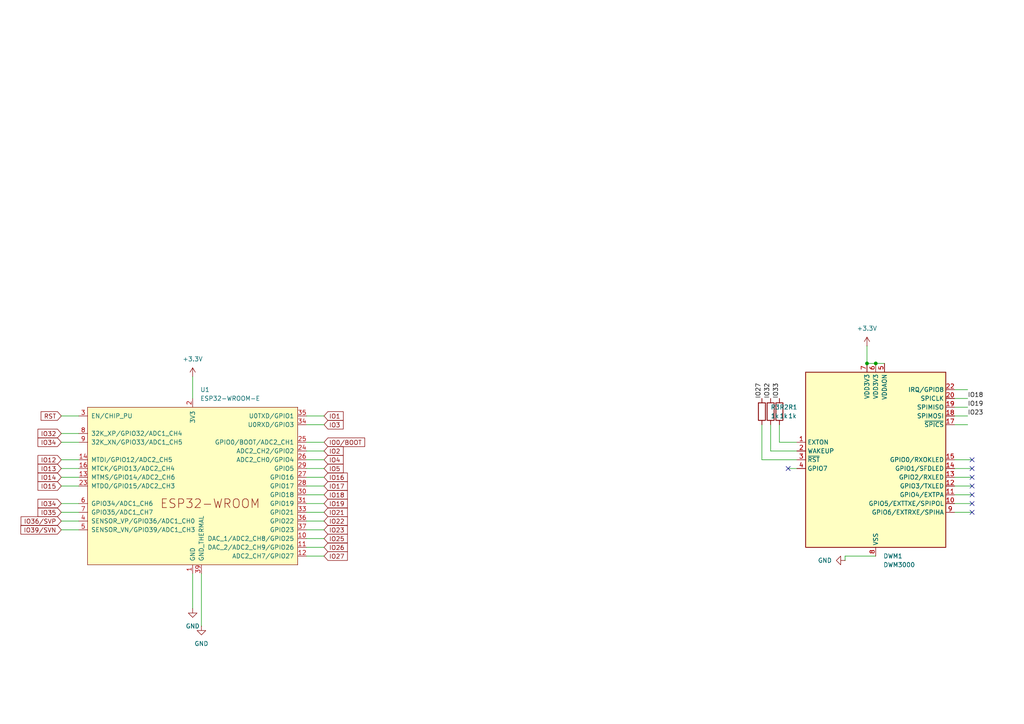
<source format=kicad_sch>
(kicad_sch
	(version 20231120)
	(generator "eeschema")
	(generator_version "8.0")
	(uuid "8cea9e19-2035-4561-845e-81f42ff5f58e")
	(paper "A4")
	(lib_symbols
		(symbol "Device:R"
			(pin_numbers hide)
			(pin_names
				(offset 0)
			)
			(exclude_from_sim no)
			(in_bom yes)
			(on_board yes)
			(property "Reference" "R"
				(at 2.032 0 90)
				(effects
					(font
						(size 1.27 1.27)
					)
				)
			)
			(property "Value" "R"
				(at 0 0 90)
				(effects
					(font
						(size 1.27 1.27)
					)
				)
			)
			(property "Footprint" ""
				(at -1.778 0 90)
				(effects
					(font
						(size 1.27 1.27)
					)
					(hide yes)
				)
			)
			(property "Datasheet" "~"
				(at 0 0 0)
				(effects
					(font
						(size 1.27 1.27)
					)
					(hide yes)
				)
			)
			(property "Description" "Resistor"
				(at 0 0 0)
				(effects
					(font
						(size 1.27 1.27)
					)
					(hide yes)
				)
			)
			(property "ki_keywords" "R res resistor"
				(at 0 0 0)
				(effects
					(font
						(size 1.27 1.27)
					)
					(hide yes)
				)
			)
			(property "ki_fp_filters" "R_*"
				(at 0 0 0)
				(effects
					(font
						(size 1.27 1.27)
					)
					(hide yes)
				)
			)
			(symbol "R_0_1"
				(rectangle
					(start -1.016 -2.54)
					(end 1.016 2.54)
					(stroke
						(width 0.254)
						(type default)
					)
					(fill
						(type none)
					)
				)
			)
			(symbol "R_1_1"
				(pin passive line
					(at 0 3.81 270)
					(length 1.27)
					(name "~"
						(effects
							(font
								(size 1.27 1.27)
							)
						)
					)
					(number "1"
						(effects
							(font
								(size 1.27 1.27)
							)
						)
					)
				)
				(pin passive line
					(at 0 -3.81 90)
					(length 1.27)
					(name "~"
						(effects
							(font
								(size 1.27 1.27)
							)
						)
					)
					(number "2"
						(effects
							(font
								(size 1.27 1.27)
							)
						)
					)
				)
			)
		)
		(symbol "ESP32s:ESP32-WROOM-E"
			(pin_names
				(offset 1.016)
			)
			(exclude_from_sim no)
			(in_bom yes)
			(on_board yes)
			(property "Reference" "U"
				(at -30.48 27.94 0)
				(effects
					(font
						(size 1.27 1.27)
					)
					(justify left)
				)
			)
			(property "Value" "ESP32-WROOM-E"
				(at -30.48 25.4 0)
				(effects
					(font
						(size 1.27 1.27)
					)
					(justify left)
				)
			)
			(property "Footprint" "PCM_Espressif:ESP32-WROOM-32E"
				(at 0 -35.56 0)
				(effects
					(font
						(size 1.27 1.27)
					)
					(hide yes)
				)
			)
			(property "Datasheet" "https://www.espressif.com/sites/default/files/documentation/esp32-wroom-32e_esp32-wroom-32ue_datasheet_en.pdf"
				(at 0 -38.1 0)
				(effects
					(font
						(size 1.27 1.27)
					)
					(hide yes)
				)
			)
			(property "Description" "ESP32-WROOM-32E integrates ESP32-D0WD-V3, with higher stability and safety performance."
				(at 0 0 0)
				(effects
					(font
						(size 1.27 1.27)
					)
					(hide yes)
				)
			)
			(property "ki_keywords" "ESP32"
				(at 0 0 0)
				(effects
					(font
						(size 1.27 1.27)
					)
					(hide yes)
				)
			)
			(symbol "ESP32-WROOM-E_0_1"
				(rectangle
					(start -30.48 22.86)
					(end 30.48 -22.86)
					(stroke
						(width 0)
						(type default)
					)
					(fill
						(type background)
					)
				)
			)
			(symbol "ESP32-WROOM-E_1_1"
				(text "ESP32-­WROOM­"
					(at 5.08 -5.08 0)
					(effects
						(font
							(size 2.54 2.54)
						)
					)
				)
				(pin power_in line
					(at 0 -25.4 90)
					(length 2.54)
					(name "GND"
						(effects
							(font
								(size 1.27 1.27)
							)
						)
					)
					(number "1"
						(effects
							(font
								(size 1.27 1.27)
							)
						)
					)
				)
				(pin bidirectional line
					(at 33.02 -15.24 180)
					(length 2.54)
					(name "DAC_1/ADC2_CH8/GPIO25"
						(effects
							(font
								(size 1.27 1.27)
							)
						)
					)
					(number "10"
						(effects
							(font
								(size 1.27 1.27)
							)
						)
					)
				)
				(pin bidirectional line
					(at 33.02 -17.78 180)
					(length 2.54)
					(name "DAC_2/ADC2_CH9/GPIO26"
						(effects
							(font
								(size 1.27 1.27)
							)
						)
					)
					(number "11"
						(effects
							(font
								(size 1.27 1.27)
							)
						)
					)
				)
				(pin bidirectional line
					(at 33.02 -20.32 180)
					(length 2.54)
					(name "ADC2_CH7/GPIO27"
						(effects
							(font
								(size 1.27 1.27)
							)
						)
					)
					(number "12"
						(effects
							(font
								(size 1.27 1.27)
							)
						)
					)
				)
				(pin bidirectional line
					(at -33.02 2.54 0)
					(length 2.54)
					(name "MTMS/GPIO14/ADC2_CH6"
						(effects
							(font
								(size 1.27 1.27)
							)
						)
					)
					(number "13"
						(effects
							(font
								(size 1.27 1.27)
							)
						)
					)
				)
				(pin bidirectional line
					(at -33.02 7.62 0)
					(length 2.54)
					(name "MTDI/GPIO12/ADC2_CH5"
						(effects
							(font
								(size 1.27 1.27)
							)
						)
					)
					(number "14"
						(effects
							(font
								(size 1.27 1.27)
							)
						)
					)
				)
				(pin passive line
					(at 0 -25.4 90)
					(length 2.54) hide
					(name "GND"
						(effects
							(font
								(size 1.27 1.27)
							)
						)
					)
					(number "15"
						(effects
							(font
								(size 1.27 1.27)
							)
						)
					)
				)
				(pin bidirectional line
					(at -33.02 5.08 0)
					(length 2.54)
					(name "MTCK/GPIO13/ADC2_CH4"
						(effects
							(font
								(size 1.27 1.27)
							)
						)
					)
					(number "16"
						(effects
							(font
								(size 1.27 1.27)
							)
						)
					)
				)
				(pin power_in line
					(at 0 25.4 270)
					(length 2.54)
					(name "3V3"
						(effects
							(font
								(size 1.27 1.27)
							)
						)
					)
					(number "2"
						(effects
							(font
								(size 1.27 1.27)
							)
						)
					)
				)
				(pin bidirectional line
					(at -33.02 0 0)
					(length 2.54)
					(name "MTDO/GPIO15/ADC2_CH3"
						(effects
							(font
								(size 1.27 1.27)
							)
						)
					)
					(number "23"
						(effects
							(font
								(size 1.27 1.27)
							)
						)
					)
				)
				(pin bidirectional line
					(at 33.02 10.16 180)
					(length 2.54)
					(name "ADC2_CH2/GPIO2"
						(effects
							(font
								(size 1.27 1.27)
							)
						)
					)
					(number "24"
						(effects
							(font
								(size 1.27 1.27)
							)
						)
					)
				)
				(pin bidirectional line
					(at 33.02 12.7 180)
					(length 2.54)
					(name "GPIO0/BOOT/ADC2_CH1"
						(effects
							(font
								(size 1.27 1.27)
							)
						)
					)
					(number "25"
						(effects
							(font
								(size 1.27 1.27)
							)
						)
					)
				)
				(pin bidirectional line
					(at 33.02 7.62 180)
					(length 2.54)
					(name "ADC2_CH0/GPIO4"
						(effects
							(font
								(size 1.27 1.27)
							)
						)
					)
					(number "26"
						(effects
							(font
								(size 1.27 1.27)
							)
						)
					)
				)
				(pin bidirectional line
					(at 33.02 2.54 180)
					(length 2.54)
					(name "GPIO16"
						(effects
							(font
								(size 1.27 1.27)
							)
						)
					)
					(number "27"
						(effects
							(font
								(size 1.27 1.27)
							)
						)
					)
				)
				(pin bidirectional line
					(at 33.02 0 180)
					(length 2.54)
					(name "GPIO17"
						(effects
							(font
								(size 1.27 1.27)
							)
						)
					)
					(number "28"
						(effects
							(font
								(size 1.27 1.27)
							)
						)
					)
				)
				(pin bidirectional line
					(at 33.02 5.08 180)
					(length 2.54)
					(name "GPIO5"
						(effects
							(font
								(size 1.27 1.27)
							)
						)
					)
					(number "29"
						(effects
							(font
								(size 1.27 1.27)
							)
						)
					)
				)
				(pin input line
					(at -33.02 20.32 0)
					(length 2.54)
					(name "EN/CHIP_PU"
						(effects
							(font
								(size 1.27 1.27)
							)
						)
					)
					(number "3"
						(effects
							(font
								(size 1.27 1.27)
							)
						)
					)
				)
				(pin bidirectional line
					(at 33.02 -2.54 180)
					(length 2.54)
					(name "GPIO18"
						(effects
							(font
								(size 1.27 1.27)
							)
						)
					)
					(number "30"
						(effects
							(font
								(size 1.27 1.27)
							)
						)
					)
				)
				(pin bidirectional line
					(at 33.02 -5.08 180)
					(length 2.54)
					(name "GPIO19"
						(effects
							(font
								(size 1.27 1.27)
							)
						)
					)
					(number "31"
						(effects
							(font
								(size 1.27 1.27)
							)
						)
					)
				)
				(pin bidirectional line
					(at 33.02 -7.62 180)
					(length 2.54)
					(name "GPIO21"
						(effects
							(font
								(size 1.27 1.27)
							)
						)
					)
					(number "33"
						(effects
							(font
								(size 1.27 1.27)
							)
						)
					)
				)
				(pin bidirectional line
					(at 33.02 17.78 180)
					(length 2.54)
					(name "U0RXD/GPIO3"
						(effects
							(font
								(size 1.27 1.27)
							)
						)
					)
					(number "34"
						(effects
							(font
								(size 1.27 1.27)
							)
						)
					)
				)
				(pin bidirectional line
					(at 33.02 20.32 180)
					(length 2.54)
					(name "U0TXD/GPIO1"
						(effects
							(font
								(size 1.27 1.27)
							)
						)
					)
					(number "35"
						(effects
							(font
								(size 1.27 1.27)
							)
						)
					)
				)
				(pin bidirectional line
					(at 33.02 -10.16 180)
					(length 2.54)
					(name "GPIO22"
						(effects
							(font
								(size 1.27 1.27)
							)
						)
					)
					(number "36"
						(effects
							(font
								(size 1.27 1.27)
							)
						)
					)
				)
				(pin bidirectional line
					(at 33.02 -12.7 180)
					(length 2.54)
					(name "GPIO23"
						(effects
							(font
								(size 1.27 1.27)
							)
						)
					)
					(number "37"
						(effects
							(font
								(size 1.27 1.27)
							)
						)
					)
				)
				(pin passive line
					(at 0 -25.4 90)
					(length 2.54) hide
					(name "GND"
						(effects
							(font
								(size 1.27 1.27)
							)
						)
					)
					(number "38"
						(effects
							(font
								(size 1.27 1.27)
							)
						)
					)
				)
				(pin power_in line
					(at 2.54 -25.4 90)
					(length 2.54)
					(name "GND_THERMAL"
						(effects
							(font
								(size 1.27 1.27)
							)
						)
					)
					(number "39"
						(effects
							(font
								(size 1.27 1.27)
							)
						)
					)
				)
				(pin input line
					(at -33.02 -10.16 0)
					(length 2.54)
					(name "SENSOR_VP/GPIO36/ADC1_CH0"
						(effects
							(font
								(size 1.27 1.27)
							)
						)
					)
					(number "4"
						(effects
							(font
								(size 1.27 1.27)
							)
						)
					)
				)
				(pin input line
					(at -33.02 -12.7 0)
					(length 2.54)
					(name "SENSOR_VN/GPIO39/ADC1_CH3"
						(effects
							(font
								(size 1.27 1.27)
							)
						)
					)
					(number "5"
						(effects
							(font
								(size 1.27 1.27)
							)
						)
					)
				)
				(pin input line
					(at -33.02 -5.08 0)
					(length 2.54)
					(name "GPIO34/ADC1_CH6"
						(effects
							(font
								(size 1.27 1.27)
							)
						)
					)
					(number "6"
						(effects
							(font
								(size 1.27 1.27)
							)
						)
					)
				)
				(pin input line
					(at -33.02 -7.62 0)
					(length 2.54)
					(name "GPIO35/ADC1_CH7"
						(effects
							(font
								(size 1.27 1.27)
							)
						)
					)
					(number "7"
						(effects
							(font
								(size 1.27 1.27)
							)
						)
					)
				)
				(pin bidirectional line
					(at -33.02 15.24 0)
					(length 2.54)
					(name "32K_XP/GPIO32/ADC1_CH4"
						(effects
							(font
								(size 1.27 1.27)
							)
						)
					)
					(number "8"
						(effects
							(font
								(size 1.27 1.27)
							)
						)
					)
				)
				(pin bidirectional line
					(at -33.02 12.7 0)
					(length 2.54)
					(name "32K_XN/GPIO33/ADC1_CH5"
						(effects
							(font
								(size 1.27 1.27)
							)
						)
					)
					(number "9"
						(effects
							(font
								(size 1.27 1.27)
							)
						)
					)
				)
			)
		)
		(symbol "RF_Module:DWM3000"
			(exclude_from_sim no)
			(in_bom yes)
			(on_board yes)
			(property "Reference" "DWM"
				(at 7.62 25.4 0)
				(effects
					(font
						(size 1.27 1.27)
					)
				)
			)
			(property "Value" "DWM3000"
				(at 1.27 3.81 0)
				(effects
					(font
						(size 1.27 1.27)
					)
				)
			)
			(property "Footprint" "RF_Module:DWM1000"
				(at 17.78 -25.4 0)
				(effects
					(font
						(size 1.27 1.27)
					)
					(hide yes)
				)
			)
			(property "Datasheet" "https://www.qorvo.com/products/d/da008334"
				(at 60.96 -27.94 0)
				(effects
					(font
						(size 1.27 1.27)
					)
					(hide yes)
				)
			)
			(property "Description" "Ultra wide band RF module With ranging location capabilities"
				(at 0 0 0)
				(effects
					(font
						(size 1.27 1.27)
					)
					(hide yes)
				)
			)
			(property "ki_keywords" "DWM3000 Decawave Qorvo RF ranging UWB"
				(at 0 0 0)
				(effects
					(font
						(size 1.27 1.27)
					)
					(hide yes)
				)
			)
			(property "ki_fp_filters" "*DWM1000*"
				(at 0 0 0)
				(effects
					(font
						(size 1.27 1.27)
					)
					(hide yes)
				)
			)
			(symbol "DWM3000_0_1"
				(rectangle
					(start -20.32 25.4)
					(end 20.32 -25.4)
					(stroke
						(width 0.254)
						(type default)
					)
					(fill
						(type background)
					)
				)
			)
			(symbol "DWM3000_1_1"
				(pin output line
					(at -22.86 5.08 0)
					(length 2.54)
					(name "EXTON"
						(effects
							(font
								(size 1.27 1.27)
							)
						)
					)
					(number "1"
						(effects
							(font
								(size 1.27 1.27)
							)
						)
					)
				)
				(pin bidirectional line
					(at 22.86 -12.7 180)
					(length 2.54)
					(name "GPIO5/EXTTXE/SPIPOL"
						(effects
							(font
								(size 1.27 1.27)
							)
						)
					)
					(number "10"
						(effects
							(font
								(size 1.27 1.27)
							)
						)
					)
				)
				(pin bidirectional line
					(at 22.86 -10.16 180)
					(length 2.54)
					(name "GPIO4/EXTPA"
						(effects
							(font
								(size 1.27 1.27)
							)
						)
					)
					(number "11"
						(effects
							(font
								(size 1.27 1.27)
							)
						)
					)
				)
				(pin bidirectional line
					(at 22.86 -7.62 180)
					(length 2.54)
					(name "GPIO3/TXLED"
						(effects
							(font
								(size 1.27 1.27)
							)
						)
					)
					(number "12"
						(effects
							(font
								(size 1.27 1.27)
							)
						)
					)
				)
				(pin bidirectional line
					(at 22.86 -5.08 180)
					(length 2.54)
					(name "GPIO2/RXLED"
						(effects
							(font
								(size 1.27 1.27)
							)
						)
					)
					(number "13"
						(effects
							(font
								(size 1.27 1.27)
							)
						)
					)
				)
				(pin bidirectional line
					(at 22.86 -2.54 180)
					(length 2.54)
					(name "GPIO1/SFDLED"
						(effects
							(font
								(size 1.27 1.27)
							)
						)
					)
					(number "14"
						(effects
							(font
								(size 1.27 1.27)
							)
						)
					)
				)
				(pin bidirectional line
					(at 22.86 0 180)
					(length 2.54)
					(name "GPIO0/RXOKLED"
						(effects
							(font
								(size 1.27 1.27)
							)
						)
					)
					(number "15"
						(effects
							(font
								(size 1.27 1.27)
							)
						)
					)
				)
				(pin passive line
					(at 0 -27.94 90)
					(length 2.54) hide
					(name "VSS"
						(effects
							(font
								(size 1.27 1.27)
							)
						)
					)
					(number "16"
						(effects
							(font
								(size 1.27 1.27)
							)
						)
					)
				)
				(pin input line
					(at 22.86 10.16 180)
					(length 2.54)
					(name "~{SPICS}"
						(effects
							(font
								(size 1.27 1.27)
							)
						)
					)
					(number "17"
						(effects
							(font
								(size 1.27 1.27)
							)
						)
					)
				)
				(pin input line
					(at 22.86 12.7 180)
					(length 2.54)
					(name "SPIMOSI"
						(effects
							(font
								(size 1.27 1.27)
							)
						)
					)
					(number "18"
						(effects
							(font
								(size 1.27 1.27)
							)
						)
					)
				)
				(pin output line
					(at 22.86 15.24 180)
					(length 2.54)
					(name "SPIMISO"
						(effects
							(font
								(size 1.27 1.27)
							)
						)
					)
					(number "19"
						(effects
							(font
								(size 1.27 1.27)
							)
						)
					)
				)
				(pin bidirectional line
					(at -22.86 2.54 0)
					(length 2.54)
					(name "WAKEUP"
						(effects
							(font
								(size 1.27 1.27)
							)
						)
					)
					(number "2"
						(effects
							(font
								(size 1.27 1.27)
							)
						)
					)
				)
				(pin input line
					(at 22.86 17.78 180)
					(length 2.54)
					(name "SPICLK"
						(effects
							(font
								(size 1.27 1.27)
							)
						)
					)
					(number "20"
						(effects
							(font
								(size 1.27 1.27)
							)
						)
					)
				)
				(pin passive line
					(at 0 -27.94 90)
					(length 2.54) hide
					(name "VSS"
						(effects
							(font
								(size 1.27 1.27)
							)
						)
					)
					(number "21"
						(effects
							(font
								(size 1.27 1.27)
							)
						)
					)
				)
				(pin bidirectional line
					(at 22.86 20.32 180)
					(length 2.54)
					(name "IRQ/GPIO8"
						(effects
							(font
								(size 1.27 1.27)
							)
						)
					)
					(number "22"
						(effects
							(font
								(size 1.27 1.27)
							)
						)
					)
				)
				(pin passive line
					(at 0 -27.94 90)
					(length 2.54) hide
					(name "VSS"
						(effects
							(font
								(size 1.27 1.27)
							)
						)
					)
					(number "23"
						(effects
							(font
								(size 1.27 1.27)
							)
						)
					)
				)
				(pin passive line
					(at 0 -27.94 90)
					(length 2.54) hide
					(name "VSS"
						(effects
							(font
								(size 1.27 1.27)
							)
						)
					)
					(number "24"
						(effects
							(font
								(size 1.27 1.27)
							)
						)
					)
				)
				(pin bidirectional line
					(at -22.86 0 0)
					(length 2.54)
					(name "~{RST}"
						(effects
							(font
								(size 1.27 1.27)
							)
						)
					)
					(number "3"
						(effects
							(font
								(size 1.27 1.27)
							)
						)
					)
				)
				(pin bidirectional line
					(at -22.86 -2.54 0)
					(length 2.54)
					(name "GPIO7"
						(effects
							(font
								(size 1.27 1.27)
							)
						)
					)
					(number "4"
						(effects
							(font
								(size 1.27 1.27)
							)
						)
					)
				)
				(pin power_in line
					(at 2.54 27.94 270)
					(length 2.54)
					(name "VDDAON"
						(effects
							(font
								(size 1.27 1.27)
							)
						)
					)
					(number "5"
						(effects
							(font
								(size 1.27 1.27)
							)
						)
					)
				)
				(pin power_in line
					(at 0 27.94 270)
					(length 2.54)
					(name "VDD3V3"
						(effects
							(font
								(size 1.27 1.27)
							)
						)
					)
					(number "6"
						(effects
							(font
								(size 1.27 1.27)
							)
						)
					)
				)
				(pin power_in line
					(at -2.54 27.94 270)
					(length 2.54)
					(name "VDD3V3"
						(effects
							(font
								(size 1.27 1.27)
							)
						)
					)
					(number "7"
						(effects
							(font
								(size 1.27 1.27)
							)
						)
					)
				)
				(pin power_in line
					(at 0 -27.94 90)
					(length 2.54)
					(name "VSS"
						(effects
							(font
								(size 1.27 1.27)
							)
						)
					)
					(number "8"
						(effects
							(font
								(size 1.27 1.27)
							)
						)
					)
				)
				(pin bidirectional line
					(at 22.86 -15.24 180)
					(length 2.54)
					(name "GPIO6/EXTRXE/SPIHA"
						(effects
							(font
								(size 1.27 1.27)
							)
						)
					)
					(number "9"
						(effects
							(font
								(size 1.27 1.27)
							)
						)
					)
				)
			)
		)
		(symbol "power:+3.3V"
			(power)
			(pin_numbers hide)
			(pin_names
				(offset 0) hide)
			(exclude_from_sim no)
			(in_bom yes)
			(on_board yes)
			(property "Reference" "#PWR"
				(at 0 -3.81 0)
				(effects
					(font
						(size 1.27 1.27)
					)
					(hide yes)
				)
			)
			(property "Value" "+3.3V"
				(at 0 3.556 0)
				(effects
					(font
						(size 1.27 1.27)
					)
				)
			)
			(property "Footprint" ""
				(at 0 0 0)
				(effects
					(font
						(size 1.27 1.27)
					)
					(hide yes)
				)
			)
			(property "Datasheet" ""
				(at 0 0 0)
				(effects
					(font
						(size 1.27 1.27)
					)
					(hide yes)
				)
			)
			(property "Description" "Power symbol creates a global label with name \"+3.3V\""
				(at 0 0 0)
				(effects
					(font
						(size 1.27 1.27)
					)
					(hide yes)
				)
			)
			(property "ki_keywords" "global power"
				(at 0 0 0)
				(effects
					(font
						(size 1.27 1.27)
					)
					(hide yes)
				)
			)
			(symbol "+3.3V_0_1"
				(polyline
					(pts
						(xy -0.762 1.27) (xy 0 2.54)
					)
					(stroke
						(width 0)
						(type default)
					)
					(fill
						(type none)
					)
				)
				(polyline
					(pts
						(xy 0 0) (xy 0 2.54)
					)
					(stroke
						(width 0)
						(type default)
					)
					(fill
						(type none)
					)
				)
				(polyline
					(pts
						(xy 0 2.54) (xy 0.762 1.27)
					)
					(stroke
						(width 0)
						(type default)
					)
					(fill
						(type none)
					)
				)
			)
			(symbol "+3.3V_1_1"
				(pin power_in line
					(at 0 0 90)
					(length 0)
					(name "~"
						(effects
							(font
								(size 1.27 1.27)
							)
						)
					)
					(number "1"
						(effects
							(font
								(size 1.27 1.27)
							)
						)
					)
				)
			)
		)
		(symbol "power:GND"
			(power)
			(pin_numbers hide)
			(pin_names
				(offset 0) hide)
			(exclude_from_sim no)
			(in_bom yes)
			(on_board yes)
			(property "Reference" "#PWR"
				(at 0 -6.35 0)
				(effects
					(font
						(size 1.27 1.27)
					)
					(hide yes)
				)
			)
			(property "Value" "GND"
				(at 0 -3.81 0)
				(effects
					(font
						(size 1.27 1.27)
					)
				)
			)
			(property "Footprint" ""
				(at 0 0 0)
				(effects
					(font
						(size 1.27 1.27)
					)
					(hide yes)
				)
			)
			(property "Datasheet" ""
				(at 0 0 0)
				(effects
					(font
						(size 1.27 1.27)
					)
					(hide yes)
				)
			)
			(property "Description" "Power symbol creates a global label with name \"GND\" , ground"
				(at 0 0 0)
				(effects
					(font
						(size 1.27 1.27)
					)
					(hide yes)
				)
			)
			(property "ki_keywords" "global power"
				(at 0 0 0)
				(effects
					(font
						(size 1.27 1.27)
					)
					(hide yes)
				)
			)
			(symbol "GND_0_1"
				(polyline
					(pts
						(xy 0 0) (xy 0 -1.27) (xy 1.27 -1.27) (xy 0 -2.54) (xy -1.27 -1.27) (xy 0 -1.27)
					)
					(stroke
						(width 0)
						(type default)
					)
					(fill
						(type none)
					)
				)
			)
			(symbol "GND_1_1"
				(pin power_in line
					(at 0 0 270)
					(length 0)
					(name "~"
						(effects
							(font
								(size 1.27 1.27)
							)
						)
					)
					(number "1"
						(effects
							(font
								(size 1.27 1.27)
							)
						)
					)
				)
			)
		)
	)
	(junction
		(at 254 105.41)
		(diameter 0)
		(color 0 0 0 0)
		(uuid "6c1e2f80-3b97-45c4-87e0-38c603f6e074")
	)
	(junction
		(at 251.46 105.41)
		(diameter 0)
		(color 0 0 0 0)
		(uuid "f31c5ea6-2fa4-42dc-9c0f-6145b28393de")
	)
	(no_connect
		(at 281.94 138.43)
		(uuid "13ed5da4-51cd-41a5-8c14-10647bc30c69")
	)
	(no_connect
		(at 281.94 148.59)
		(uuid "1df5da05-2dce-4c14-b8c4-8cb7f81b8a9c")
	)
	(no_connect
		(at 228.6 135.89)
		(uuid "60f0d1b2-48e4-41ee-aebb-a487f884f472")
	)
	(no_connect
		(at 281.94 133.35)
		(uuid "a753e3cd-69b3-4c95-a236-13da09c50ba0")
	)
	(no_connect
		(at 281.94 140.97)
		(uuid "aa7decca-d8e4-4965-b7fe-98a4e5c7abc9")
	)
	(no_connect
		(at 281.94 146.05)
		(uuid "bf507707-a7f8-49bf-a435-3a37e2437997")
	)
	(no_connect
		(at 281.94 143.51)
		(uuid "d6dac7b0-757e-4ff3-81d4-e0fc9337a54b")
	)
	(no_connect
		(at 281.94 135.89)
		(uuid "d82e14d0-9f16-4a19-986f-a9980e6f9ec6")
	)
	(wire
		(pts
			(xy 88.9 161.29) (xy 93.98 161.29)
		)
		(stroke
			(width 0)
			(type default)
		)
		(uuid "02abf249-a15d-45b2-ad51-8d1402f09217")
	)
	(wire
		(pts
			(xy 88.9 148.59) (xy 93.98 148.59)
		)
		(stroke
			(width 0)
			(type default)
		)
		(uuid "04d10926-9502-4d0d-99f9-0183f2d35aeb")
	)
	(wire
		(pts
			(xy 88.9 158.75) (xy 93.98 158.75)
		)
		(stroke
			(width 0)
			(type default)
		)
		(uuid "05a1c4e9-b347-4e9c-9c28-1c159fdb3feb")
	)
	(wire
		(pts
			(xy 231.14 133.35) (xy 220.98 133.35)
		)
		(stroke
			(width 0)
			(type default)
		)
		(uuid "0b0a1b2a-5da2-4a6a-a316-bddb13e27e01")
	)
	(wire
		(pts
			(xy 251.46 100.33) (xy 251.46 105.41)
		)
		(stroke
			(width 0)
			(type default)
		)
		(uuid "0ee3252a-9f36-4022-bf0d-7e031e172f96")
	)
	(wire
		(pts
			(xy 226.06 123.19) (xy 226.06 128.27)
		)
		(stroke
			(width 0)
			(type default)
		)
		(uuid "11e1764c-94e9-4ce4-98a2-2846b1ea2929")
	)
	(wire
		(pts
			(xy 276.86 123.19) (xy 280.67 123.19)
		)
		(stroke
			(width 0)
			(type default)
		)
		(uuid "1d1bfbff-47e2-4de2-b282-63c1acb454a3")
	)
	(wire
		(pts
			(xy 254 161.29) (xy 245.11 161.29)
		)
		(stroke
			(width 0)
			(type default)
		)
		(uuid "1f9b78b0-17e9-427f-b027-97c5e9394a7b")
	)
	(wire
		(pts
			(xy 88.9 133.35) (xy 93.98 133.35)
		)
		(stroke
			(width 0)
			(type default)
		)
		(uuid "2190c0fb-6406-44b9-89da-f173d5c064e3")
	)
	(wire
		(pts
			(xy 17.78 148.59) (xy 22.86 148.59)
		)
		(stroke
			(width 0)
			(type default)
		)
		(uuid "229beafe-8348-42b5-ac07-e52ca55a9818")
	)
	(wire
		(pts
			(xy 17.78 146.05) (xy 22.86 146.05)
		)
		(stroke
			(width 0)
			(type default)
		)
		(uuid "2630bfe1-5ce6-45c7-ad14-c88db26234d1")
	)
	(wire
		(pts
			(xy 88.9 135.89) (xy 93.98 135.89)
		)
		(stroke
			(width 0)
			(type default)
		)
		(uuid "298fee52-799d-4770-ab00-63fec167db15")
	)
	(wire
		(pts
			(xy 276.86 115.57) (xy 280.67 115.57)
		)
		(stroke
			(width 0)
			(type default)
		)
		(uuid "2bc1bd5d-c1fd-4698-8285-4bf486ee56c7")
	)
	(wire
		(pts
			(xy 88.9 130.81) (xy 93.98 130.81)
		)
		(stroke
			(width 0)
			(type default)
		)
		(uuid "2d38a52a-444f-4bd4-a316-15ebcfa5edd4")
	)
	(wire
		(pts
			(xy 276.86 120.65) (xy 280.67 120.65)
		)
		(stroke
			(width 0)
			(type default)
		)
		(uuid "31babb7b-2456-4431-a492-89a8e57c2c5f")
	)
	(wire
		(pts
			(xy 254 105.41) (xy 256.54 105.41)
		)
		(stroke
			(width 0)
			(type default)
		)
		(uuid "3442469f-38f4-4f47-955b-fbbe1f6c0340")
	)
	(wire
		(pts
			(xy 17.78 120.65) (xy 22.86 120.65)
		)
		(stroke
			(width 0)
			(type default)
		)
		(uuid "3b18185e-afa7-4378-8fd7-a39250bbf5da")
	)
	(wire
		(pts
			(xy 88.9 156.21) (xy 93.98 156.21)
		)
		(stroke
			(width 0)
			(type default)
		)
		(uuid "3b67dda2-910e-4321-a3b9-1aed2992ecbf")
	)
	(wire
		(pts
			(xy 276.86 148.59) (xy 281.94 148.59)
		)
		(stroke
			(width 0)
			(type default)
		)
		(uuid "3b89a24d-5182-4c9c-820f-534a6acb7ace")
	)
	(wire
		(pts
			(xy 55.88 109.22) (xy 55.88 115.57)
		)
		(stroke
			(width 0)
			(type default)
		)
		(uuid "40bad80b-7b29-4241-98fd-342abf1c6fb9")
	)
	(wire
		(pts
			(xy 276.86 140.97) (xy 281.94 140.97)
		)
		(stroke
			(width 0)
			(type default)
		)
		(uuid "42c59202-41f3-4a41-94d4-0f1046619c88")
	)
	(wire
		(pts
			(xy 228.6 135.89) (xy 231.14 135.89)
		)
		(stroke
			(width 0)
			(type default)
		)
		(uuid "53ce387f-10e4-470f-8ed5-f160c4a6563c")
	)
	(wire
		(pts
			(xy 88.9 128.27) (xy 93.98 128.27)
		)
		(stroke
			(width 0)
			(type default)
		)
		(uuid "56634d18-8df6-40e1-973a-5eba47cb541d")
	)
	(wire
		(pts
			(xy 276.86 118.11) (xy 280.67 118.11)
		)
		(stroke
			(width 0)
			(type default)
		)
		(uuid "593d1e85-c662-4fad-8dab-2ee330585689")
	)
	(wire
		(pts
			(xy 276.86 133.35) (xy 281.94 133.35)
		)
		(stroke
			(width 0)
			(type default)
		)
		(uuid "59c2c85c-2d8f-4fef-ab88-aa86cd8a0d83")
	)
	(wire
		(pts
			(xy 276.86 143.51) (xy 281.94 143.51)
		)
		(stroke
			(width 0)
			(type default)
		)
		(uuid "5ea4c9cd-ffa2-444f-aa0c-e4fe7bb149b4")
	)
	(wire
		(pts
			(xy 88.9 123.19) (xy 93.98 123.19)
		)
		(stroke
			(width 0)
			(type default)
		)
		(uuid "65b1e956-61c5-4c1c-b6dc-ec15ea31700b")
	)
	(wire
		(pts
			(xy 276.86 146.05) (xy 281.94 146.05)
		)
		(stroke
			(width 0)
			(type default)
		)
		(uuid "6c721c7d-5853-45fc-8345-975fb812dd67")
	)
	(wire
		(pts
			(xy 245.11 161.29) (xy 245.11 162.56)
		)
		(stroke
			(width 0)
			(type default)
		)
		(uuid "71cdf417-7904-4ca9-9f86-2ac433beaf7e")
	)
	(wire
		(pts
			(xy 17.78 135.89) (xy 22.86 135.89)
		)
		(stroke
			(width 0)
			(type default)
		)
		(uuid "7577adc3-82fa-4543-8733-e5e7d53895a6")
	)
	(wire
		(pts
			(xy 17.78 153.67) (xy 22.86 153.67)
		)
		(stroke
			(width 0)
			(type default)
		)
		(uuid "7953d809-0ffd-4cdd-b9ed-5c786c9730ae")
	)
	(wire
		(pts
			(xy 88.9 138.43) (xy 93.98 138.43)
		)
		(stroke
			(width 0)
			(type default)
		)
		(uuid "79c00680-3df2-4a66-8a83-7acf363585ff")
	)
	(wire
		(pts
			(xy 58.42 166.37) (xy 58.42 181.61)
		)
		(stroke
			(width 0)
			(type default)
		)
		(uuid "80f71297-c02c-4b2b-bf58-4a133c430184")
	)
	(wire
		(pts
			(xy 276.86 138.43) (xy 281.94 138.43)
		)
		(stroke
			(width 0)
			(type default)
		)
		(uuid "8f9e49da-fd81-4352-89c9-ff5edde9e5ad")
	)
	(wire
		(pts
			(xy 17.78 151.13) (xy 22.86 151.13)
		)
		(stroke
			(width 0)
			(type default)
		)
		(uuid "90567275-8643-4cf2-aca9-f6b4c155b1c2")
	)
	(wire
		(pts
			(xy 276.86 113.03) (xy 280.67 113.03)
		)
		(stroke
			(width 0)
			(type default)
		)
		(uuid "95cb0fa8-add0-45e5-b9a0-f38d26034351")
	)
	(wire
		(pts
			(xy 17.78 133.35) (xy 22.86 133.35)
		)
		(stroke
			(width 0)
			(type default)
		)
		(uuid "98ec7f56-450f-4afb-be37-dad426727f65")
	)
	(wire
		(pts
			(xy 88.9 146.05) (xy 93.98 146.05)
		)
		(stroke
			(width 0)
			(type default)
		)
		(uuid "9b277a3f-6cf4-4f40-b989-458559ab6ac8")
	)
	(wire
		(pts
			(xy 55.88 166.37) (xy 55.88 176.53)
		)
		(stroke
			(width 0)
			(type default)
		)
		(uuid "a3a26572-663e-4dab-bd77-ce267d97f584")
	)
	(wire
		(pts
			(xy 17.78 128.27) (xy 22.86 128.27)
		)
		(stroke
			(width 0)
			(type default)
		)
		(uuid "a85f267c-c06c-4ced-a61e-2f72658a50d0")
	)
	(wire
		(pts
			(xy 276.86 135.89) (xy 281.94 135.89)
		)
		(stroke
			(width 0)
			(type default)
		)
		(uuid "a87cdde2-c28d-4259-bde3-dbb93798c512")
	)
	(wire
		(pts
			(xy 88.9 151.13) (xy 93.98 151.13)
		)
		(stroke
			(width 0)
			(type default)
		)
		(uuid "a9ea3446-bf89-49ce-8032-ef7b1c2c616b")
	)
	(wire
		(pts
			(xy 17.78 140.97) (xy 22.86 140.97)
		)
		(stroke
			(width 0)
			(type default)
		)
		(uuid "ac403e23-ee90-4876-9d66-3708bbf78041")
	)
	(wire
		(pts
			(xy 223.52 123.19) (xy 223.52 130.81)
		)
		(stroke
			(width 0)
			(type default)
		)
		(uuid "bbd7b398-47e5-44dc-80be-62a6b35a97fe")
	)
	(wire
		(pts
			(xy 231.14 130.81) (xy 223.52 130.81)
		)
		(stroke
			(width 0)
			(type default)
		)
		(uuid "bd78a4bf-d838-4b2b-be43-0ad29fb93406")
	)
	(wire
		(pts
			(xy 88.9 153.67) (xy 93.98 153.67)
		)
		(stroke
			(width 0)
			(type default)
		)
		(uuid "bdb5d6a8-d143-4d95-88c9-a59fa62a7330")
	)
	(wire
		(pts
			(xy 88.9 120.65) (xy 93.98 120.65)
		)
		(stroke
			(width 0)
			(type default)
		)
		(uuid "c4f41ed2-77a9-4283-8efa-086bce69651b")
	)
	(wire
		(pts
			(xy 88.9 140.97) (xy 93.98 140.97)
		)
		(stroke
			(width 0)
			(type default)
		)
		(uuid "c5605703-b8c0-4ff2-ba8d-10df141e52c2")
	)
	(wire
		(pts
			(xy 17.78 125.73) (xy 22.86 125.73)
		)
		(stroke
			(width 0)
			(type default)
		)
		(uuid "d61d7382-5921-446a-b708-06e3f39ef7fb")
	)
	(wire
		(pts
			(xy 88.9 143.51) (xy 93.98 143.51)
		)
		(stroke
			(width 0)
			(type default)
		)
		(uuid "decbc274-9113-46dc-83c3-eae0732e8d20")
	)
	(wire
		(pts
			(xy 220.98 123.19) (xy 220.98 133.35)
		)
		(stroke
			(width 0)
			(type default)
		)
		(uuid "e2cf2c11-e1c1-4d05-b9fe-2e8ec617f208")
	)
	(wire
		(pts
			(xy 231.14 128.27) (xy 226.06 128.27)
		)
		(stroke
			(width 0)
			(type default)
		)
		(uuid "e4c76735-ca5b-47b5-8fbc-d8a3d3cdea44")
	)
	(wire
		(pts
			(xy 17.78 138.43) (xy 22.86 138.43)
		)
		(stroke
			(width 0)
			(type default)
		)
		(uuid "f0bfa546-bec9-404c-90dd-a4e28ad69691")
	)
	(wire
		(pts
			(xy 251.46 105.41) (xy 254 105.41)
		)
		(stroke
			(width 0)
			(type default)
		)
		(uuid "f482d67c-c8fb-49eb-ba9d-9b38cc6e8988")
	)
	(label "IO19"
		(at 280.67 118.11 0)
		(fields_autoplaced yes)
		(effects
			(font
				(size 1.27 1.27)
			)
			(justify left bottom)
		)
		(uuid "1d907cbb-256d-4e2d-9302-df2c98d887cf")
	)
	(label "IO32"
		(at 223.52 115.57 90)
		(fields_autoplaced yes)
		(effects
			(font
				(size 1.27 1.27)
			)
			(justify left bottom)
		)
		(uuid "216fc0d0-f7f3-40ed-b397-a94786c03c14")
	)
	(label "IO33"
		(at 226.06 115.57 90)
		(fields_autoplaced yes)
		(effects
			(font
				(size 1.27 1.27)
			)
			(justify left bottom)
		)
		(uuid "558827f5-004d-482b-8bb0-294c463299ad")
	)
	(label "IO23"
		(at 280.67 120.65 0)
		(fields_autoplaced yes)
		(effects
			(font
				(size 1.27 1.27)
			)
			(justify left bottom)
		)
		(uuid "770ef5a6-0cdb-4645-ab04-6b61746c9bca")
	)
	(label "IO27"
		(at 220.98 115.57 90)
		(fields_autoplaced yes)
		(effects
			(font
				(size 1.27 1.27)
			)
			(justify left bottom)
		)
		(uuid "a2b005ba-8f63-4520-853e-c4b512ed608c")
	)
	(label "IO18"
		(at 280.67 115.57 0)
		(fields_autoplaced yes)
		(effects
			(font
				(size 1.27 1.27)
			)
			(justify left bottom)
		)
		(uuid "ef1eb4ee-ed25-409f-8ed2-308cfd3a11c0")
	)
	(global_label "IO2"
		(shape input)
		(at 93.98 130.81 0)
		(fields_autoplaced yes)
		(effects
			(font
				(size 1.27 1.27)
			)
			(justify left)
		)
		(uuid "07385906-2d35-46f4-afec-e6ba6429fbcf")
		(property "Intersheetrefs" "${INTERSHEET_REFS}"
			(at 100.11 130.81 0)
			(effects
				(font
					(size 1.27 1.27)
				)
				(justify left)
				(hide yes)
			)
		)
	)
	(global_label "IO27"
		(shape input)
		(at 93.98 161.29 0)
		(fields_autoplaced yes)
		(effects
			(font
				(size 1.27 1.27)
			)
			(justify left)
		)
		(uuid "2bceed04-8901-4fea-bef8-c4eb2e500183")
		(property "Intersheetrefs" "${INTERSHEET_REFS}"
			(at 101.3195 161.29 0)
			(effects
				(font
					(size 1.27 1.27)
				)
				(justify left)
				(hide yes)
			)
		)
	)
	(global_label "IO23"
		(shape input)
		(at 93.98 153.67 0)
		(fields_autoplaced yes)
		(effects
			(font
				(size 1.27 1.27)
			)
			(justify left)
		)
		(uuid "3e2e9e3d-df74-49c1-ab1c-0d77fd2df7af")
		(property "Intersheetrefs" "${INTERSHEET_REFS}"
			(at 101.3195 153.67 0)
			(effects
				(font
					(size 1.27 1.27)
				)
				(justify left)
				(hide yes)
			)
		)
	)
	(global_label "IO16"
		(shape input)
		(at 93.98 138.43 0)
		(fields_autoplaced yes)
		(effects
			(font
				(size 1.27 1.27)
			)
			(justify left)
		)
		(uuid "45a89f0c-53f5-4323-af72-5a2534384f3d")
		(property "Intersheetrefs" "${INTERSHEET_REFS}"
			(at 101.3195 138.43 0)
			(effects
				(font
					(size 1.27 1.27)
				)
				(justify left)
				(hide yes)
			)
		)
	)
	(global_label "IO12"
		(shape input)
		(at 17.78 133.35 180)
		(fields_autoplaced yes)
		(effects
			(font
				(size 1.27 1.27)
			)
			(justify right)
		)
		(uuid "45c6a1b3-c435-4d6c-8328-ab69c0f6e9ec")
		(property "Intersheetrefs" "${INTERSHEET_REFS}"
			(at 10.4405 133.35 0)
			(effects
				(font
					(size 1.27 1.27)
				)
				(justify right)
				(hide yes)
			)
		)
	)
	(global_label "IO35"
		(shape input)
		(at 17.78 148.59 180)
		(fields_autoplaced yes)
		(effects
			(font
				(size 1.27 1.27)
			)
			(justify right)
		)
		(uuid "4e7005a7-a926-46ae-b248-c4de4edef804")
		(property "Intersheetrefs" "${INTERSHEET_REFS}"
			(at 10.4405 148.59 0)
			(effects
				(font
					(size 1.27 1.27)
				)
				(justify right)
				(hide yes)
			)
		)
	)
	(global_label "IO36{slash}SVP"
		(shape input)
		(at 17.78 151.13 180)
		(fields_autoplaced yes)
		(effects
			(font
				(size 1.27 1.27)
			)
			(justify right)
		)
		(uuid "53e7ca44-6c34-4abd-bcef-bf2956dc5c23")
		(property "Intersheetrefs" "${INTERSHEET_REFS}"
			(at 5.5419 151.13 0)
			(effects
				(font
					(size 1.27 1.27)
				)
				(justify right)
				(hide yes)
			)
		)
	)
	(global_label "IO21"
		(shape input)
		(at 93.98 148.59 0)
		(fields_autoplaced yes)
		(effects
			(font
				(size 1.27 1.27)
			)
			(justify left)
		)
		(uuid "55c35d06-07a6-4cb3-8ba7-b493c4e4a8f0")
		(property "Intersheetrefs" "${INTERSHEET_REFS}"
			(at 101.3195 148.59 0)
			(effects
				(font
					(size 1.27 1.27)
				)
				(justify left)
				(hide yes)
			)
		)
	)
	(global_label "IO26"
		(shape input)
		(at 93.98 158.75 0)
		(fields_autoplaced yes)
		(effects
			(font
				(size 1.27 1.27)
			)
			(justify left)
		)
		(uuid "613ac141-aa80-4949-bd33-e404611be716")
		(property "Intersheetrefs" "${INTERSHEET_REFS}"
			(at 101.3195 158.75 0)
			(effects
				(font
					(size 1.27 1.27)
				)
				(justify left)
				(hide yes)
			)
		)
	)
	(global_label "IO34"
		(shape input)
		(at 17.78 146.05 180)
		(fields_autoplaced yes)
		(effects
			(font
				(size 1.27 1.27)
			)
			(justify right)
		)
		(uuid "6142be2e-4c7d-4431-aaf3-b082e22eb7a1")
		(property "Intersheetrefs" "${INTERSHEET_REFS}"
			(at 10.4405 146.05 0)
			(effects
				(font
					(size 1.27 1.27)
				)
				(justify right)
				(hide yes)
			)
		)
	)
	(global_label "IO17"
		(shape input)
		(at 93.98 140.97 0)
		(fields_autoplaced yes)
		(effects
			(font
				(size 1.27 1.27)
			)
			(justify left)
		)
		(uuid "663b0862-3ee7-4fa4-a6af-9f2844d582e4")
		(property "Intersheetrefs" "${INTERSHEET_REFS}"
			(at 101.3195 140.97 0)
			(effects
				(font
					(size 1.27 1.27)
				)
				(justify left)
				(hide yes)
			)
		)
	)
	(global_label "IO5"
		(shape input)
		(at 93.98 135.89 0)
		(fields_autoplaced yes)
		(effects
			(font
				(size 1.27 1.27)
			)
			(justify left)
		)
		(uuid "94070cc5-7d9b-4abc-a330-c39026d59820")
		(property "Intersheetrefs" "${INTERSHEET_REFS}"
			(at 100.11 135.89 0)
			(effects
				(font
					(size 1.27 1.27)
				)
				(justify left)
				(hide yes)
			)
		)
	)
	(global_label "IO39{slash}SVN"
		(shape input)
		(at 17.78 153.67 180)
		(fields_autoplaced yes)
		(effects
			(font
				(size 1.27 1.27)
			)
			(justify right)
		)
		(uuid "9c216453-8469-4ac8-8d6f-971a3471d78c")
		(property "Intersheetrefs" "${INTERSHEET_REFS}"
			(at 5.4814 153.67 0)
			(effects
				(font
					(size 1.27 1.27)
				)
				(justify right)
				(hide yes)
			)
		)
	)
	(global_label "IO13"
		(shape input)
		(at 17.78 135.89 180)
		(fields_autoplaced yes)
		(effects
			(font
				(size 1.27 1.27)
			)
			(justify right)
		)
		(uuid "a771b5bc-a485-4136-acfb-e0ae3fde4fc1")
		(property "Intersheetrefs" "${INTERSHEET_REFS}"
			(at 10.4405 135.89 0)
			(effects
				(font
					(size 1.27 1.27)
				)
				(justify right)
				(hide yes)
			)
		)
	)
	(global_label "IO4"
		(shape input)
		(at 93.98 133.35 0)
		(fields_autoplaced yes)
		(effects
			(font
				(size 1.27 1.27)
			)
			(justify left)
		)
		(uuid "ac18b622-a822-4bb5-8220-4f2418b8255f")
		(property "Intersheetrefs" "${INTERSHEET_REFS}"
			(at 100.11 133.35 0)
			(effects
				(font
					(size 1.27 1.27)
				)
				(justify left)
				(hide yes)
			)
		)
	)
	(global_label "IO18"
		(shape input)
		(at 93.98 143.51 0)
		(fields_autoplaced yes)
		(effects
			(font
				(size 1.27 1.27)
			)
			(justify left)
		)
		(uuid "b597fe08-1ea8-444a-9a9e-59f8ddc2229b")
		(property "Intersheetrefs" "${INTERSHEET_REFS}"
			(at 101.3195 143.51 0)
			(effects
				(font
					(size 1.27 1.27)
				)
				(justify left)
				(hide yes)
			)
		)
	)
	(global_label "IO1"
		(shape input)
		(at 93.98 120.65 0)
		(fields_autoplaced yes)
		(effects
			(font
				(size 1.27 1.27)
			)
			(justify left)
		)
		(uuid "cc67e483-16dd-41bf-92b2-422e6e7d7700")
		(property "Intersheetrefs" "${INTERSHEET_REFS}"
			(at 100.11 120.65 0)
			(effects
				(font
					(size 1.27 1.27)
				)
				(justify left)
				(hide yes)
			)
		)
	)
	(global_label "IO25"
		(shape input)
		(at 93.98 156.21 0)
		(fields_autoplaced yes)
		(effects
			(font
				(size 1.27 1.27)
			)
			(justify left)
		)
		(uuid "ceaa97f7-5b76-4316-94ec-566b3a88d1fc")
		(property "Intersheetrefs" "${INTERSHEET_REFS}"
			(at 101.3195 156.21 0)
			(effects
				(font
					(size 1.27 1.27)
				)
				(justify left)
				(hide yes)
			)
		)
	)
	(global_label "IO32"
		(shape input)
		(at 17.78 125.73 180)
		(fields_autoplaced yes)
		(effects
			(font
				(size 1.27 1.27)
			)
			(justify right)
		)
		(uuid "cfae1f71-743e-481c-94c7-472be08ca80c")
		(property "Intersheetrefs" "${INTERSHEET_REFS}"
			(at 10.4405 125.73 0)
			(effects
				(font
					(size 1.27 1.27)
				)
				(justify right)
				(hide yes)
			)
		)
	)
	(global_label "IO15"
		(shape input)
		(at 17.78 140.97 180)
		(fields_autoplaced yes)
		(effects
			(font
				(size 1.27 1.27)
			)
			(justify right)
		)
		(uuid "d414e37b-936a-4e1d-819e-19314fc52573")
		(property "Intersheetrefs" "${INTERSHEET_REFS}"
			(at 10.4405 140.97 0)
			(effects
				(font
					(size 1.27 1.27)
				)
				(justify right)
				(hide yes)
			)
		)
	)
	(global_label "IO0{slash}BOOT"
		(shape input)
		(at 93.98 128.27 0)
		(fields_autoplaced yes)
		(effects
			(font
				(size 1.27 1.27)
			)
			(justify left)
		)
		(uuid "d51f6f16-23b7-4533-971b-7ddfaf997961")
		(property "Intersheetrefs" "${INTERSHEET_REFS}"
			(at 106.3391 128.27 0)
			(effects
				(font
					(size 1.27 1.27)
				)
				(justify left)
				(hide yes)
			)
		)
	)
	(global_label "IO22"
		(shape input)
		(at 93.98 151.13 0)
		(fields_autoplaced yes)
		(effects
			(font
				(size 1.27 1.27)
			)
			(justify left)
		)
		(uuid "d525b418-ba33-4260-a467-8f322759b63d")
		(property "Intersheetrefs" "${INTERSHEET_REFS}"
			(at 101.3195 151.13 0)
			(effects
				(font
					(size 1.27 1.27)
				)
				(justify left)
				(hide yes)
			)
		)
	)
	(global_label "RST"
		(shape input)
		(at 17.78 120.65 180)
		(fields_autoplaced yes)
		(effects
			(font
				(size 1.27 1.27)
			)
			(justify right)
		)
		(uuid "d71660c3-8a69-4438-b119-80611a3e2a6f")
		(property "Intersheetrefs" "${INTERSHEET_REFS}"
			(at 11.3477 120.65 0)
			(effects
				(font
					(size 1.27 1.27)
				)
				(justify right)
				(hide yes)
			)
		)
	)
	(global_label "IO3"
		(shape input)
		(at 93.98 123.19 0)
		(fields_autoplaced yes)
		(effects
			(font
				(size 1.27 1.27)
			)
			(justify left)
		)
		(uuid "da4f653f-f89e-4bc6-a1e2-2ef39192af3e")
		(property "Intersheetrefs" "${INTERSHEET_REFS}"
			(at 100.11 123.19 0)
			(effects
				(font
					(size 1.27 1.27)
				)
				(justify left)
				(hide yes)
			)
		)
	)
	(global_label "IO14"
		(shape input)
		(at 17.78 138.43 180)
		(fields_autoplaced yes)
		(effects
			(font
				(size 1.27 1.27)
			)
			(justify right)
		)
		(uuid "da602949-5da6-415a-957e-7c55b5616628")
		(property "Intersheetrefs" "${INTERSHEET_REFS}"
			(at 10.4405 138.43 0)
			(effects
				(font
					(size 1.27 1.27)
				)
				(justify right)
				(hide yes)
			)
		)
	)
	(global_label "IO34"
		(shape input)
		(at 17.78 128.27 180)
		(fields_autoplaced yes)
		(effects
			(font
				(size 1.27 1.27)
			)
			(justify right)
		)
		(uuid "f56112aa-97af-4d8a-89c6-a69a848fbdd2")
		(property "Intersheetrefs" "${INTERSHEET_REFS}"
			(at 10.4405 128.27 0)
			(effects
				(font
					(size 1.27 1.27)
				)
				(justify right)
				(hide yes)
			)
		)
	)
	(global_label "IO19"
		(shape input)
		(at 93.98 146.05 0)
		(fields_autoplaced yes)
		(effects
			(font
				(size 1.27 1.27)
			)
			(justify left)
		)
		(uuid "f58ca2c3-2116-47d5-9988-548a9364dea9")
		(property "Intersheetrefs" "${INTERSHEET_REFS}"
			(at 101.3195 146.05 0)
			(effects
				(font
					(size 1.27 1.27)
				)
				(justify left)
				(hide yes)
			)
		)
	)
	(symbol
		(lib_id "power:GND")
		(at 55.88 176.53 0)
		(unit 1)
		(exclude_from_sim no)
		(in_bom yes)
		(on_board yes)
		(dnp no)
		(fields_autoplaced yes)
		(uuid "2e6079a9-7624-451b-bb6b-4b949b2374b3")
		(property "Reference" "#PWR02"
			(at 55.88 182.88 0)
			(effects
				(font
					(size 1.27 1.27)
				)
				(hide yes)
			)
		)
		(property "Value" "GND"
			(at 55.88 181.61 0)
			(effects
				(font
					(size 1.27 1.27)
				)
			)
		)
		(property "Footprint" ""
			(at 55.88 176.53 0)
			(effects
				(font
					(size 1.27 1.27)
				)
				(hide yes)
			)
		)
		(property "Datasheet" ""
			(at 55.88 176.53 0)
			(effects
				(font
					(size 1.27 1.27)
				)
				(hide yes)
			)
		)
		(property "Description" "Power symbol creates a global label with name \"GND\" , ground"
			(at 55.88 176.53 0)
			(effects
				(font
					(size 1.27 1.27)
				)
				(hide yes)
			)
		)
		(pin "1"
			(uuid "606c5624-4ff7-4770-985a-1e10501ac825")
		)
		(instances
			(project ""
				(path "/8cea9e19-2035-4561-845e-81f42ff5f58e"
					(reference "#PWR02")
					(unit 1)
				)
			)
		)
	)
	(symbol
		(lib_id "Device:R")
		(at 226.06 119.38 0)
		(unit 1)
		(exclude_from_sim no)
		(in_bom yes)
		(on_board yes)
		(dnp no)
		(fields_autoplaced yes)
		(uuid "321d2070-a26b-46cc-af1d-2f0c1bde4610")
		(property "Reference" "R1"
			(at 228.6 118.1099 0)
			(effects
				(font
					(size 1.27 1.27)
				)
				(justify left)
			)
		)
		(property "Value" "1k"
			(at 228.6 120.6499 0)
			(effects
				(font
					(size 1.27 1.27)
				)
				(justify left)
			)
		)
		(property "Footprint" ""
			(at 224.282 119.38 90)
			(effects
				(font
					(size 1.27 1.27)
				)
				(hide yes)
			)
		)
		(property "Datasheet" "~"
			(at 226.06 119.38 0)
			(effects
				(font
					(size 1.27 1.27)
				)
				(hide yes)
			)
		)
		(property "Description" "Resistor"
			(at 226.06 119.38 0)
			(effects
				(font
					(size 1.27 1.27)
				)
				(hide yes)
			)
		)
		(pin "2"
			(uuid "fb509dfb-0c9d-4cec-b7af-0431d6568908")
		)
		(pin "1"
			(uuid "62efb185-53d1-49db-bcfd-6756509be3e5")
		)
		(instances
			(project ""
				(path "/8cea9e19-2035-4561-845e-81f42ff5f58e"
					(reference "R1")
					(unit 1)
				)
			)
		)
	)
	(symbol
		(lib_id "RF_Module:DWM3000")
		(at 254 133.35 0)
		(unit 1)
		(exclude_from_sim no)
		(in_bom yes)
		(on_board yes)
		(dnp no)
		(fields_autoplaced yes)
		(uuid "4b52fce0-03a8-4933-9985-db730b8d76ec")
		(property "Reference" "DWM1"
			(at 256.1941 161.29 0)
			(effects
				(font
					(size 1.27 1.27)
				)
				(justify left)
			)
		)
		(property "Value" "DWM3000"
			(at 256.1941 163.83 0)
			(effects
				(font
					(size 1.27 1.27)
				)
				(justify left)
			)
		)
		(property "Footprint" "RF_Module:DWM1000"
			(at 271.78 158.75 0)
			(effects
				(font
					(size 1.27 1.27)
				)
				(hide yes)
			)
		)
		(property "Datasheet" "https://www.qorvo.com/products/d/da008334"
			(at 314.96 161.29 0)
			(effects
				(font
					(size 1.27 1.27)
				)
				(hide yes)
			)
		)
		(property "Description" "Ultra wide band RF module With ranging location capabilities"
			(at 254 133.35 0)
			(effects
				(font
					(size 1.27 1.27)
				)
				(hide yes)
			)
		)
		(pin "14"
			(uuid "f5fc5599-766e-460b-bf6f-176a5fec3a6b")
		)
		(pin "9"
			(uuid "e9e8e8f4-b887-4b78-a4ad-1fc573aac395")
		)
		(pin "23"
			(uuid "33928fca-288b-402d-9337-b36bc29bee0f")
		)
		(pin "10"
			(uuid "0c5506bd-c315-47a5-ba44-4177299550e8")
		)
		(pin "7"
			(uuid "9d081c3d-b3c4-4a55-9f7f-8b131eb387dd")
		)
		(pin "11"
			(uuid "8e6c678c-38be-4af0-8ee0-14b31177bb6c")
		)
		(pin "13"
			(uuid "3555d054-1f4c-45fe-aef4-5627ca453a99")
		)
		(pin "12"
			(uuid "41b8352e-8820-46b8-97ea-9200db55055e")
		)
		(pin "15"
			(uuid "468fcf5b-0f9c-417b-a4bd-d30a91376a90")
		)
		(pin "17"
			(uuid "05b792d7-9179-4d11-9e8c-70510e067a2b")
		)
		(pin "18"
			(uuid "b238c6da-0db4-4f98-8cc8-46bf5f783df4")
		)
		(pin "1"
			(uuid "07aa4625-09f0-4340-bd08-4e205ee4974e")
		)
		(pin "19"
			(uuid "b123ad45-e0d6-47a9-ac04-869dc9931b72")
		)
		(pin "2"
			(uuid "784201bd-1ee0-422e-a35b-4914b546d223")
		)
		(pin "21"
			(uuid "9d8f10d7-10a8-4e8a-9dfc-c76c0a2bad92")
		)
		(pin "24"
			(uuid "c9dde85f-9273-4781-8a98-05d13d23006e")
		)
		(pin "16"
			(uuid "cad02799-2d34-4632-b9c4-dd919eff6021")
		)
		(pin "3"
			(uuid "fbc24ce9-759a-46e7-83a0-8054cafea7a5")
		)
		(pin "4"
			(uuid "c8e50541-724e-466b-9329-015d2de53fde")
		)
		(pin "20"
			(uuid "196cce77-385d-49b6-b8cb-e4adc60e7674")
		)
		(pin "8"
			(uuid "6cb05a1a-e529-4fea-aeb7-970c95fcc4d0")
		)
		(pin "6"
			(uuid "98482843-e89d-43fa-8e75-0a25e855e1e8")
		)
		(pin "22"
			(uuid "5ab31da2-c756-4efb-b711-faf531f3c833")
		)
		(pin "5"
			(uuid "fbd4e1f7-06ba-4b3d-86e1-2bf4d41de58d")
		)
		(instances
			(project ""
				(path "/8cea9e19-2035-4561-845e-81f42ff5f58e"
					(reference "DWM1")
					(unit 1)
				)
			)
		)
	)
	(symbol
		(lib_id "power:GND")
		(at 245.11 162.56 270)
		(unit 1)
		(exclude_from_sim no)
		(in_bom yes)
		(on_board yes)
		(dnp no)
		(fields_autoplaced yes)
		(uuid "80751619-dfa3-48b9-a9f2-72870c278e94")
		(property "Reference" "#PWR05"
			(at 238.76 162.56 0)
			(effects
				(font
					(size 1.27 1.27)
				)
				(hide yes)
			)
		)
		(property "Value" "GND"
			(at 241.3 162.5599 90)
			(effects
				(font
					(size 1.27 1.27)
				)
				(justify right)
			)
		)
		(property "Footprint" ""
			(at 245.11 162.56 0)
			(effects
				(font
					(size 1.27 1.27)
				)
				(hide yes)
			)
		)
		(property "Datasheet" ""
			(at 245.11 162.56 0)
			(effects
				(font
					(size 1.27 1.27)
				)
				(hide yes)
			)
		)
		(property "Description" "Power symbol creates a global label with name \"GND\" , ground"
			(at 245.11 162.56 0)
			(effects
				(font
					(size 1.27 1.27)
				)
				(hide yes)
			)
		)
		(pin "1"
			(uuid "415b412d-0393-4cb2-88e3-79db577ff153")
		)
		(instances
			(project ""
				(path "/8cea9e19-2035-4561-845e-81f42ff5f58e"
					(reference "#PWR05")
					(unit 1)
				)
			)
		)
	)
	(symbol
		(lib_id "power:+3.3V")
		(at 55.88 109.22 0)
		(unit 1)
		(exclude_from_sim no)
		(in_bom yes)
		(on_board yes)
		(dnp no)
		(fields_autoplaced yes)
		(uuid "89745a08-bef9-4286-8a80-284cd25872e6")
		(property "Reference" "#PWR03"
			(at 55.88 113.03 0)
			(effects
				(font
					(size 1.27 1.27)
				)
				(hide yes)
			)
		)
		(property "Value" "+3.3V"
			(at 55.88 104.14 0)
			(effects
				(font
					(size 1.27 1.27)
				)
			)
		)
		(property "Footprint" ""
			(at 55.88 109.22 0)
			(effects
				(font
					(size 1.27 1.27)
				)
				(hide yes)
			)
		)
		(property "Datasheet" ""
			(at 55.88 109.22 0)
			(effects
				(font
					(size 1.27 1.27)
				)
				(hide yes)
			)
		)
		(property "Description" "Power symbol creates a global label with name \"+3.3V\""
			(at 55.88 109.22 0)
			(effects
				(font
					(size 1.27 1.27)
				)
				(hide yes)
			)
		)
		(pin "1"
			(uuid "24fbaa24-a05a-4a40-8a52-68e687d41be0")
		)
		(instances
			(project ""
				(path "/8cea9e19-2035-4561-845e-81f42ff5f58e"
					(reference "#PWR03")
					(unit 1)
				)
			)
		)
	)
	(symbol
		(lib_id "Device:R")
		(at 220.98 119.38 0)
		(unit 1)
		(exclude_from_sim no)
		(in_bom yes)
		(on_board yes)
		(dnp no)
		(fields_autoplaced yes)
		(uuid "bc3a8ebe-f9d7-4905-aec0-fb0f138cdedc")
		(property "Reference" "R3"
			(at 223.52 118.1099 0)
			(effects
				(font
					(size 1.27 1.27)
				)
				(justify left)
			)
		)
		(property "Value" "1k"
			(at 223.52 120.6499 0)
			(effects
				(font
					(size 1.27 1.27)
				)
				(justify left)
			)
		)
		(property "Footprint" ""
			(at 219.202 119.38 90)
			(effects
				(font
					(size 1.27 1.27)
				)
				(hide yes)
			)
		)
		(property "Datasheet" "~"
			(at 220.98 119.38 0)
			(effects
				(font
					(size 1.27 1.27)
				)
				(hide yes)
			)
		)
		(property "Description" "Resistor"
			(at 220.98 119.38 0)
			(effects
				(font
					(size 1.27 1.27)
				)
				(hide yes)
			)
		)
		(pin "2"
			(uuid "fb509dfb-0c9d-4cec-b7af-0431d6568908")
		)
		(pin "1"
			(uuid "62efb185-53d1-49db-bcfd-6756509be3e5")
		)
		(instances
			(project ""
				(path "/8cea9e19-2035-4561-845e-81f42ff5f58e"
					(reference "R3")
					(unit 1)
				)
			)
		)
	)
	(symbol
		(lib_id "power:+3.3V")
		(at 251.46 100.33 0)
		(unit 1)
		(exclude_from_sim no)
		(in_bom yes)
		(on_board yes)
		(dnp no)
		(fields_autoplaced yes)
		(uuid "ce5ff2c7-8c2f-4d68-a0c2-05a9191f1b02")
		(property "Reference" "#PWR04"
			(at 251.46 104.14 0)
			(effects
				(font
					(size 1.27 1.27)
				)
				(hide yes)
			)
		)
		(property "Value" "+3.3V"
			(at 251.46 95.25 0)
			(effects
				(font
					(size 1.27 1.27)
				)
			)
		)
		(property "Footprint" ""
			(at 251.46 100.33 0)
			(effects
				(font
					(size 1.27 1.27)
				)
				(hide yes)
			)
		)
		(property "Datasheet" ""
			(at 251.46 100.33 0)
			(effects
				(font
					(size 1.27 1.27)
				)
				(hide yes)
			)
		)
		(property "Description" "Power symbol creates a global label with name \"+3.3V\""
			(at 251.46 100.33 0)
			(effects
				(font
					(size 1.27 1.27)
				)
				(hide yes)
			)
		)
		(pin "1"
			(uuid "36997a5b-a988-4d14-b189-751ff7ff9e5d")
		)
		(instances
			(project ""
				(path "/8cea9e19-2035-4561-845e-81f42ff5f58e"
					(reference "#PWR04")
					(unit 1)
				)
			)
		)
	)
	(symbol
		(lib_id "Device:R")
		(at 223.52 119.38 0)
		(unit 1)
		(exclude_from_sim no)
		(in_bom yes)
		(on_board yes)
		(dnp no)
		(fields_autoplaced yes)
		(uuid "da6331d0-2a34-4f30-958f-0fb568785d50")
		(property "Reference" "R2"
			(at 226.06 118.1099 0)
			(effects
				(font
					(size 1.27 1.27)
				)
				(justify left)
			)
		)
		(property "Value" "1k"
			(at 226.06 120.6499 0)
			(effects
				(font
					(size 1.27 1.27)
				)
				(justify left)
			)
		)
		(property "Footprint" ""
			(at 221.742 119.38 90)
			(effects
				(font
					(size 1.27 1.27)
				)
				(hide yes)
			)
		)
		(property "Datasheet" "~"
			(at 223.52 119.38 0)
			(effects
				(font
					(size 1.27 1.27)
				)
				(hide yes)
			)
		)
		(property "Description" "Resistor"
			(at 223.52 119.38 0)
			(effects
				(font
					(size 1.27 1.27)
				)
				(hide yes)
			)
		)
		(pin "2"
			(uuid "fb509dfb-0c9d-4cec-b7af-0431d6568908")
		)
		(pin "1"
			(uuid "62efb185-53d1-49db-bcfd-6756509be3e5")
		)
		(instances
			(project ""
				(path "/8cea9e19-2035-4561-845e-81f42ff5f58e"
					(reference "R2")
					(unit 1)
				)
			)
		)
	)
	(symbol
		(lib_id "ESP32s:ESP32-WROOM-E")
		(at 55.88 140.97 0)
		(unit 1)
		(exclude_from_sim no)
		(in_bom yes)
		(on_board yes)
		(dnp no)
		(fields_autoplaced yes)
		(uuid "e6d8b3e0-d7b6-4ad5-9787-2d397ba82b71")
		(property "Reference" "U1"
			(at 58.0741 113.03 0)
			(effects
				(font
					(size 1.27 1.27)
				)
				(justify left)
			)
		)
		(property "Value" "ESP32-WROOM-E"
			(at 58.0741 115.57 0)
			(effects
				(font
					(size 1.27 1.27)
				)
				(justify left)
			)
		)
		(property "Footprint" "PCM_Espressif:ESP32-WROOM-32E"
			(at 55.88 176.53 0)
			(effects
				(font
					(size 1.27 1.27)
				)
				(hide yes)
			)
		)
		(property "Datasheet" "https://www.espressif.com/sites/default/files/documentation/esp32-wroom-32e_esp32-wroom-32ue_datasheet_en.pdf"
			(at 55.88 179.07 0)
			(effects
				(font
					(size 1.27 1.27)
				)
				(hide yes)
			)
		)
		(property "Description" "ESP32-WROOM-32E integrates ESP32-D0WD-V3, with higher stability and safety performance."
			(at 55.88 140.97 0)
			(effects
				(font
					(size 1.27 1.27)
				)
				(hide yes)
			)
		)
		(pin "9"
			(uuid "93ad9fdb-2bb6-4228-89fb-2f74bb8359d6")
		)
		(pin "26"
			(uuid "eee51b45-b9e9-4f90-8a71-68934eab23ef")
		)
		(pin "25"
			(uuid "8b04205a-df55-4f48-947b-1bffac4cf6bb")
		)
		(pin "35"
			(uuid "54b8733a-ae5f-40b8-b19b-bf090dfce51b")
		)
		(pin "4"
			(uuid "5a9e3342-9f65-4bf5-a2a4-dc2d3921a08a")
		)
		(pin "8"
			(uuid "41720ffe-00aa-45ee-9aa4-5d1e19872598")
		)
		(pin "14"
			(uuid "e66ef46a-d483-4787-9075-e49e0d37110a")
		)
		(pin "28"
			(uuid "32a6e231-2454-466f-a526-d3e93d16a6e8")
		)
		(pin "33"
			(uuid "1ddc9119-8c74-4c42-b1e2-0e47752b7f23")
		)
		(pin "2"
			(uuid "c3c322b2-b1d1-4c24-8fbe-222d8dbf4413")
		)
		(pin "11"
			(uuid "fb3a8c1c-11b0-4e42-a6da-ac62074e793e")
		)
		(pin "23"
			(uuid "4d3b08b8-2e9c-41d2-8209-1064d73b84e0")
		)
		(pin "29"
			(uuid "e0ea8ab4-a6eb-45d2-9839-689c4948a7c2")
		)
		(pin "5"
			(uuid "18e7a09e-c81b-4229-8745-15ef3d58004d")
		)
		(pin "27"
			(uuid "68e32e58-0f01-4fba-8a44-596b3354da53")
		)
		(pin "12"
			(uuid "01319da1-2a38-42ee-a1b9-c8f801bd88ff")
		)
		(pin "13"
			(uuid "942a2bc5-d55d-4944-b129-05ce24a5df4e")
		)
		(pin "36"
			(uuid "9cccbffc-65e7-483b-b53b-434470581e73")
		)
		(pin "34"
			(uuid "6321b62b-e8d6-46a2-bcfa-481104e29eae")
		)
		(pin "37"
			(uuid "2a4f21e1-6b92-403b-a7b1-727d40777d33")
		)
		(pin "39"
			(uuid "438f1bf6-1fc0-40c6-b794-b103c4798dab")
		)
		(pin "1"
			(uuid "7e89f9c2-0f44-43e6-a778-92461a17b9c9")
		)
		(pin "10"
			(uuid "b3a82c6b-02a6-49a0-b37a-a5b384a53718")
		)
		(pin "15"
			(uuid "781d37e6-746e-403d-963b-30dd19ed7698")
		)
		(pin "3"
			(uuid "8fd4eda3-1f29-44fd-8383-85ca76fd5ad6")
		)
		(pin "31"
			(uuid "ffa76cf5-c0ed-4f34-954e-d04609099bd5")
		)
		(pin "7"
			(uuid "bc24bda7-a5d6-4587-a795-4069dc399530")
		)
		(pin "38"
			(uuid "99149300-9118-4542-8630-ea1f851120e6")
		)
		(pin "24"
			(uuid "665e947f-c3da-4137-ac64-5aa6e2420c1c")
		)
		(pin "16"
			(uuid "d3c18b17-b54d-4168-b29c-e78054caca17")
		)
		(pin "30"
			(uuid "3b62d5c7-630a-4a10-bfe0-61a9f7f4c8e0")
		)
		(pin "6"
			(uuid "20f4bb74-ca64-4b8d-a5ae-1cf6a56d2c8f")
		)
		(instances
			(project ""
				(path "/8cea9e19-2035-4561-845e-81f42ff5f58e"
					(reference "U1")
					(unit 1)
				)
			)
		)
	)
	(symbol
		(lib_id "power:GND")
		(at 58.42 181.61 0)
		(unit 1)
		(exclude_from_sim no)
		(in_bom yes)
		(on_board yes)
		(dnp no)
		(fields_autoplaced yes)
		(uuid "f04c2726-ab1f-4c2b-97c6-be3021985b92")
		(property "Reference" "#PWR01"
			(at 58.42 187.96 0)
			(effects
				(font
					(size 1.27 1.27)
				)
				(hide yes)
			)
		)
		(property "Value" "GND"
			(at 58.42 186.69 0)
			(effects
				(font
					(size 1.27 1.27)
				)
			)
		)
		(property "Footprint" ""
			(at 58.42 181.61 0)
			(effects
				(font
					(size 1.27 1.27)
				)
				(hide yes)
			)
		)
		(property "Datasheet" ""
			(at 58.42 181.61 0)
			(effects
				(font
					(size 1.27 1.27)
				)
				(hide yes)
			)
		)
		(property "Description" "Power symbol creates a global label with name \"GND\" , ground"
			(at 58.42 181.61 0)
			(effects
				(font
					(size 1.27 1.27)
				)
				(hide yes)
			)
		)
		(pin "1"
			(uuid "606c5624-4ff7-4770-985a-1e10501ac825")
		)
		(instances
			(project ""
				(path "/8cea9e19-2035-4561-845e-81f42ff5f58e"
					(reference "#PWR01")
					(unit 1)
				)
			)
		)
	)
	(sheet_instances
		(path "/"
			(page "1")
		)
	)
)

</source>
